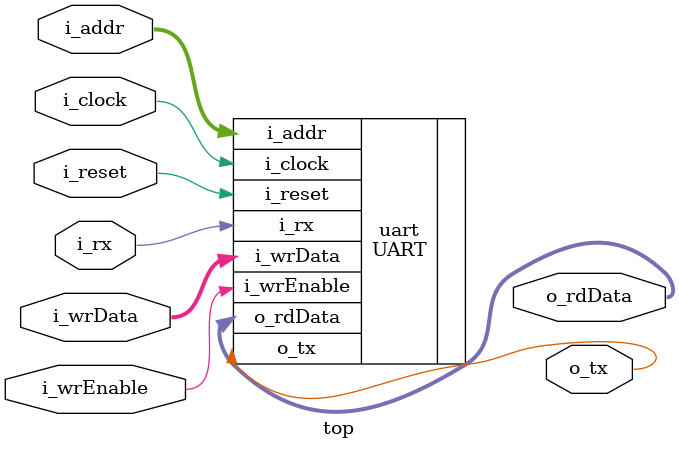
<source format=sv>
`ifdef VERILATOR
`include "UART_Types.sv"
`endif

module top
(
    input  logic i_clock,          // Clock
    input  logic i_reset,          // Reset

    input  logic [3:0] i_addr,
    input  logic       i_wrEnable,
    input  logic [7:0] i_wrData,
    output logic [7:0] o_rdData,

    input  logic i_rx,             // Senyal RX
    output logic o_tx);            // Senyal TX

    UART
    uart (
        .i_clock    (i_clock),
        .i_reset    (i_reset),
        .i_rx       (i_rx),
        .o_tx       (o_tx),
        .i_addr     (i_addr),
        .i_wrData   (i_wrData),
        .i_wrEnable (i_wrEnable),
        .o_rdData   (o_rdData));


endmodule

</source>
